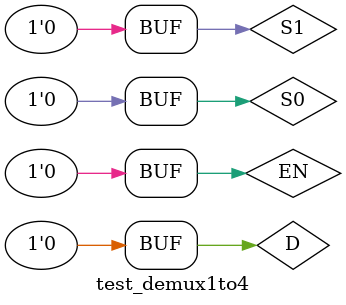
<source format=v>
module test_demux1to4;
    reg D;
    reg S0;
    reg S1;
    reg EN;
    wire Y0;
    wire Y1;
    wire Y2;
    wire Y3;

    demux1to4 uut (
        .D(D),
        .S0(S0),
        .S1(S1),
        .EN(EN),
        .Y0(Y0),
        .Y1(Y1),
        .Y2(Y2),
        .Y3(Y3)
    );

    initial begin
        $monitor("S1=%b, S0=%b, EN=%b, D=%b, Y3=%b, Y2=%b, Y1=%b, Y0=%b", S1, S0, EN, D, Y3, Y2, Y1, Y0);

        // Test all possible input combinations
        EN = 1; D = 1;
        S1 = 0; S0 = 0; #10;
        S1 = 0; S0 = 1; #10;
        S1 = 1; S0 = 0; #10;
        S1 = 1; S0 = 1; #10;

        // Disable enable signal
        EN = 0; S1 = 0; S0 = 0; D = 0; #10;
    end
endmodule
</source>
